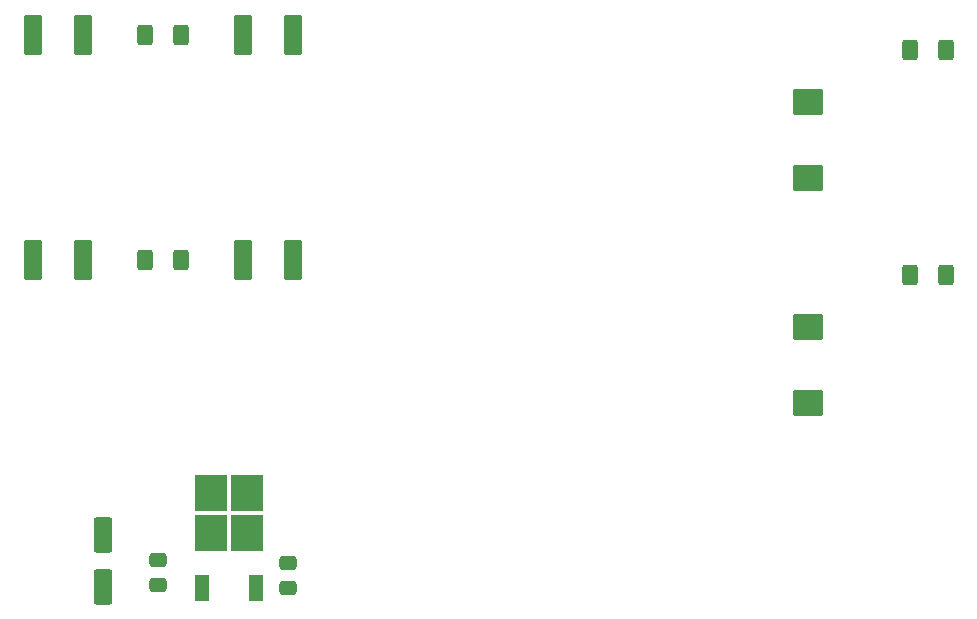
<source format=gtp>
%TF.GenerationSoftware,KiCad,Pcbnew,6.0.9+dfsg-1*%
%TF.CreationDate,2022-12-03T23:10:23+00:00*%
%TF.ProjectId,Token_Ring_MAU,546f6b65-6e5f-4526-996e-675f4d41552e,rev?*%
%TF.SameCoordinates,Original*%
%TF.FileFunction,Paste,Top*%
%TF.FilePolarity,Positive*%
%FSLAX46Y46*%
G04 Gerber Fmt 4.6, Leading zero omitted, Abs format (unit mm)*
G04 Created by KiCad (PCBNEW 6.0.9+dfsg-1) date 2022-12-03 23:10:23*
%MOMM*%
%LPD*%
G01*
G04 APERTURE LIST*
G04 Aperture macros list*
%AMRoundRect*
0 Rectangle with rounded corners*
0 $1 Rounding radius*
0 $2 $3 $4 $5 $6 $7 $8 $9 X,Y pos of 4 corners*
0 Add a 4 corners polygon primitive as box body*
4,1,4,$2,$3,$4,$5,$6,$7,$8,$9,$2,$3,0*
0 Add four circle primitives for the rounded corners*
1,1,$1+$1,$2,$3*
1,1,$1+$1,$4,$5*
1,1,$1+$1,$6,$7*
1,1,$1+$1,$8,$9*
0 Add four rect primitives between the rounded corners*
20,1,$1+$1,$2,$3,$4,$5,0*
20,1,$1+$1,$4,$5,$6,$7,0*
20,1,$1+$1,$6,$7,$8,$9,0*
20,1,$1+$1,$8,$9,$2,$3,0*%
G04 Aperture macros list end*
%ADD10RoundRect,0.250000X0.475000X-0.337500X0.475000X0.337500X-0.475000X0.337500X-0.475000X-0.337500X0*%
%ADD11RoundRect,0.250000X0.537500X1.450000X-0.537500X1.450000X-0.537500X-1.450000X0.537500X-1.450000X0*%
%ADD12RoundRect,0.250000X1.025000X-0.875000X1.025000X0.875000X-1.025000X0.875000X-1.025000X-0.875000X0*%
%ADD13RoundRect,0.250000X-0.400000X-0.625000X0.400000X-0.625000X0.400000X0.625000X-0.400000X0.625000X0*%
%ADD14RoundRect,0.250000X0.550000X-1.250000X0.550000X1.250000X-0.550000X1.250000X-0.550000X-1.250000X0*%
%ADD15R,2.750000X3.050000*%
%ADD16R,1.200000X2.200000*%
G04 APERTURE END LIST*
D10*
X129000000Y-105937500D03*
X129000000Y-103862500D03*
D11*
X122637500Y-78450000D03*
X118362500Y-78450000D03*
X140417500Y-78450000D03*
X136142500Y-78450000D03*
D12*
X184000000Y-71490000D03*
X184000000Y-65090000D03*
X184000000Y-90540000D03*
X184000000Y-84140000D03*
D13*
X127840000Y-59400000D03*
X130940000Y-59400000D03*
X192610000Y-79720000D03*
X195710000Y-79720000D03*
X192610000Y-60670000D03*
X195710000Y-60670000D03*
D14*
X124300000Y-106109000D03*
X124300000Y-101709000D03*
D11*
X122637500Y-59400000D03*
X118362500Y-59400000D03*
X140417500Y-59400000D03*
X136142500Y-59400000D03*
D15*
X133475000Y-101575000D03*
X136525000Y-101575000D03*
X133475000Y-98225000D03*
X136525000Y-98225000D03*
D16*
X132720000Y-106200000D03*
X137280000Y-106200000D03*
D13*
X127840000Y-78450000D03*
X130940000Y-78450000D03*
D10*
X140000000Y-106193500D03*
X140000000Y-104118500D03*
M02*

</source>
